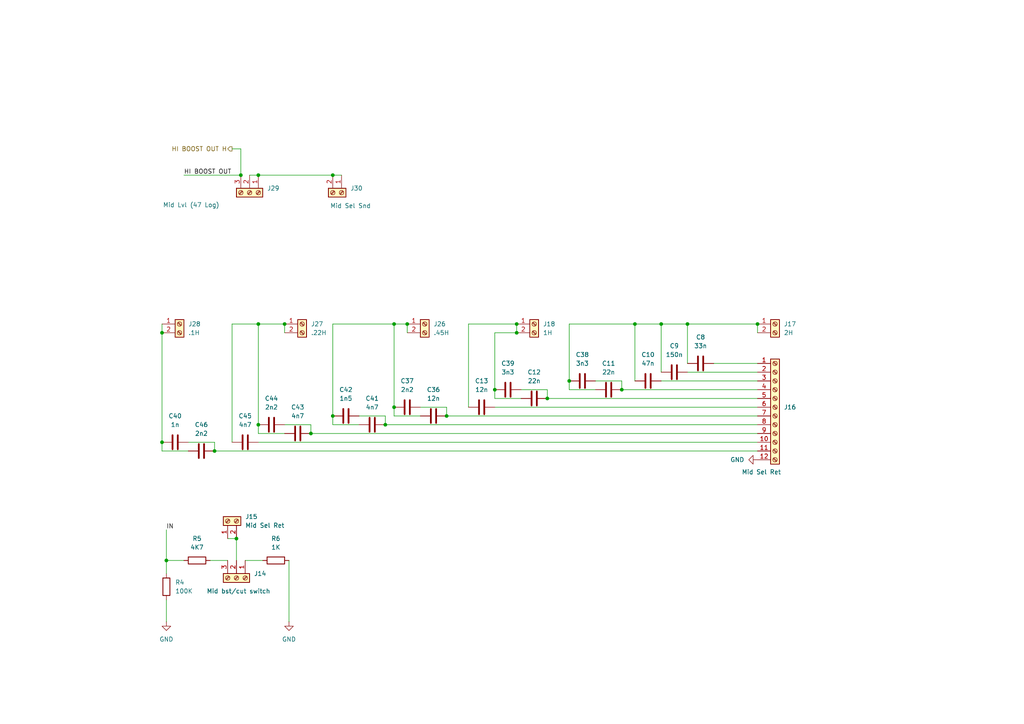
<source format=kicad_sch>
(kicad_sch (version 20231120) (generator "eeschema") (generator_version "8.0")
  (paper "A4")
  (title_block (title "Pultec 3-Band EQ Mid Boost/Cut") (date "2024-07-06") (rev "1"))
  (lib_symbols
    (symbol "Connector:Screw_Terminal_01x02" (pin_names (offset 1.016) hide)
      (property "Reference" "J" (at 0 2.54 0))
      (property "Value" "Screw_Terminal_01x02" (at 0 -5.08 0))
      (symbol "Screw_Terminal_01x02_1_1"
        (rectangle (start -1.27 1.27) (end 1.27 -3.81) (stroke (width 0.254)) (fill (type background)))
        (circle (center 0 -2.54) (radius 0.635) (stroke (width 0.1524)))
        (polyline (pts (xy -0.5334 -2.2098) (xy 0.3302 -3.048)) (stroke (width 0.1524)))
        (polyline (pts (xy -0.5334 0.3302) (xy 0.3302 -0.508)) (stroke (width 0.1524)))
        (polyline (pts (xy -0.3556 -2.032) (xy 0.508 -2.8702)) (stroke (width 0.1524)))
        (polyline (pts (xy -0.3556 0.508) (xy 0.508 -0.3302)) (stroke (width 0.1524)))
        (circle (center 0 0) (radius 0.635) (stroke (width 0.1524)))
        (pin passive line (at -5.08 0 0) (length 3.81) (name "Pin_1") (number "1"))
        (pin passive line (at -5.08 -2.54 0) (length 3.81) (name "Pin_2") (number "2"))
      )
    )
    (symbol "Connector:Screw_Terminal_01x03" (pin_names (offset 1.016) hide)
      (property "Reference" "J" (at 0 5.08 0))
      (property "Value" "Screw_Terminal_01x03" (at 0 -5.08 0))
      (symbol "Screw_Terminal_01x03_1_1"
        (rectangle (start -1.27 3.81) (end 1.27 -3.81) (stroke (width 0.254)) (fill (type background)))
        (circle (center 0 -2.54) (radius 0.635) (stroke (width 0.1524)))
        (polyline (pts (xy -0.5334 -2.2098) (xy 0.3302 -3.048)) (stroke (width 0.1524)))
        (polyline (pts (xy -0.5334 0.3302) (xy 0.3302 -0.508)) (stroke (width 0.1524)))
        (polyline (pts (xy -0.5334 2.8702) (xy 0.3302 2.032)) (stroke (width 0.1524)))
        (polyline (pts (xy -0.3556 -2.032) (xy 0.508 -2.8702)) (stroke (width 0.1524)))
        (polyline (pts (xy -0.3556 0.508) (xy 0.508 -0.3302)) (stroke (width 0.1524)))
        (polyline (pts (xy -0.3556 3.048) (xy 0.508 2.2098)) (stroke (width 0.1524)))
        (circle (center 0 0) (radius 0.635) (stroke (width 0.1524)))
        (circle (center 0 2.54) (radius 0.635) (stroke (width 0.1524)))
        (pin passive line (at -5.08 2.54 0) (length 3.81) (name "Pin_1") (number "1"))
        (pin passive line (at -5.08 0 0) (length 3.81) (name "Pin_2") (number "2"))
        (pin passive line (at -5.08 -2.54 0) (length 3.81) (name "Pin_3") (number "3"))
      )
    )
    (symbol "Connector:Screw_Terminal_01x12" (pin_names (offset 1.016) hide)
      (property "Reference" "J" (at 0 15.24 0))
      (property "Value" "Screw_Terminal_01x12" (at 0 -17.78 0))
      (symbol "Screw_Terminal_01x12_1_1"
        (rectangle (start -1.27 13.97) (end 1.27 -16.51) (stroke (width 0.254)) (fill (type background)))
        (circle (center 0 -15.24) (radius 0.635) (stroke (width 0.1524)))
        (circle (center 0 -12.7) (radius 0.635) (stroke (width 0.1524)))
        (circle (center 0 -10.16) (radius 0.635) (stroke (width 0.1524)))
        (circle (center 0 -7.62) (radius 0.635) (stroke (width 0.1524)))
        (circle (center 0 -5.08) (radius 0.635) (stroke (width 0.1524)))
        (circle (center 0 -2.54) (radius 0.635) (stroke (width 0.1524)))
        (polyline (pts (xy -0.5334 -14.9098) (xy 0.3302 -15.748)) (stroke (width 0.1524)))
        (polyline (pts (xy -0.5334 -12.3698) (xy 0.3302 -13.208)) (stroke (width 0.1524)))
        (polyline (pts (xy -0.5334 -9.8298) (xy 0.3302 -10.668)) (stroke (width 0.1524)))
        (polyline (pts (xy -0.5334 -7.2898) (xy 0.3302 -8.128)) (stroke (width 0.1524)))
        (polyline (pts (xy -0.5334 -4.7498) (xy 0.3302 -5.588)) (stroke (width 0.1524)))
        (polyline (pts (xy -0.5334 -2.2098) (xy 0.3302 -3.048)) (stroke (width 0.1524)))
        (polyline (pts (xy -0.5334 0.3302) (xy 0.3302 -0.508)) (stroke (width 0.1524)))
        (polyline (pts (xy -0.5334 2.8702) (xy 0.3302 2.032)) (stroke (width 0.1524)))
        (polyline (pts (xy -0.5334 5.4102) (xy 0.3302 4.572)) (stroke (width 0.1524)))
        (polyline (pts (xy -0.5334 7.9502) (xy 0.3302 7.112)) (stroke (width 0.1524)))
        (polyline (pts (xy -0.5334 10.4902) (xy 0.3302 9.652)) (stroke (width 0.1524)))
        (polyline (pts (xy -0.5334 13.0302) (xy 0.3302 12.192)) (stroke (width 0.1524)))
        (polyline (pts (xy -0.3556 -14.732) (xy 0.508 -15.5702)) (stroke (width 0.1524)))
        (polyline (pts (xy -0.3556 -12.192) (xy 0.508 -13.0302)) (stroke (width 0.1524)))
        (polyline (pts (xy -0.3556 -9.652) (xy 0.508 -10.4902)) (stroke (width 0.1524)))
        (polyline (pts (xy -0.3556 -7.112) (xy 0.508 -7.9502)) (stroke (width 0.1524)))
        (polyline (pts (xy -0.3556 -4.572) (xy 0.508 -5.4102)) (stroke (width 0.1524)))
        (polyline (pts (xy -0.3556 -2.032) (xy 0.508 -2.8702)) (stroke (width 0.1524)))
        (polyline (pts (xy -0.3556 0.508) (xy 0.508 -0.3302)) (stroke (width 0.1524)))
        (polyline (pts (xy -0.3556 3.048) (xy 0.508 2.2098)) (stroke (width 0.1524)))
        (polyline (pts (xy -0.3556 5.588) (xy 0.508 4.7498)) (stroke (width 0.1524)))
        (polyline (pts (xy -0.3556 8.128) (xy 0.508 7.2898)) (stroke (width 0.1524)))
        (polyline (pts (xy -0.3556 10.668) (xy 0.508 9.8298)) (stroke (width 0.1524)))
        (polyline (pts (xy -0.3556 13.208) (xy 0.508 12.3698)) (stroke (width 0.1524)))
        (circle (center 0 0) (radius 0.635) (stroke (width 0.1524)))
        (circle (center 0 2.54) (radius 0.635) (stroke (width 0.1524)))
        (circle (center 0 5.08) (radius 0.635) (stroke (width 0.1524)))
        (circle (center 0 7.62) (radius 0.635) (stroke (width 0.1524)))
        (circle (center 0 10.16) (radius 0.635) (stroke (width 0.1524)))
        (circle (center 0 12.7) (radius 0.635) (stroke (width 0.1524)))
        (pin passive line (at -5.08 12.7 0) (length 3.81) (name "Pin_1") (number "1"))
        (pin passive line (at -5.08 -10.16 0) (length 3.81) (name "Pin_10") (number "10"))
        (pin passive line (at -5.08 -12.7 0) (length 3.81) (name "Pin_11") (number "11"))
        (pin passive line (at -5.08 -15.24 0) (length 3.81) (name "Pin_12") (number "12"))
        (pin passive line (at -5.08 10.16 0) (length 3.81) (name "Pin_2") (number "2"))
        (pin passive line (at -5.08 7.62 0) (length 3.81) (name "Pin_3") (number "3"))
        (pin passive line (at -5.08 5.08 0) (length 3.81) (name "Pin_4") (number "4"))
        (pin passive line (at -5.08 2.54 0) (length 3.81) (name "Pin_5") (number "5"))
        (pin passive line (at -5.08 0 0) (length 3.81) (name "Pin_6") (number "6"))
        (pin passive line (at -5.08 -2.54 0) (length 3.81) (name "Pin_7") (number "7"))
        (pin passive line (at -5.08 -5.08 0) (length 3.81) (name "Pin_8") (number "8"))
        (pin passive line (at -5.08 -7.62 0) (length 3.81) (name "Pin_9") (number "9"))
      )
    )
    (symbol "Device:C" (pin_numbers hide) (pin_names (offset 0.254))
      (property "Reference" "C" (at 0.635 2.54 0))
      (property "Value" "C" (at 0.635 -2.54 0))
      (symbol "C_0_1"
        (polyline (pts (xy -2.032 -0.762) (xy 2.032 -0.762)) (stroke (width 0.508)))
        (polyline (pts (xy -2.032 0.762) (xy 2.032 0.762)) (stroke (width 0.508)))
      )
      (symbol "C_1_1"
        (pin passive line (at 0 3.81 270) (length 2.794) (name "~") (number "1"))
        (pin passive line (at 0 -3.81 90) (length 2.794) (name "~") (number "2"))
      )
    )
    (symbol "Device:R" (pin_numbers hide) (pin_names (offset 0))
      (property "Reference" "R" (at 2.032 0 90))
      (property "Value" "R" (at 0 0 90))
      (symbol "R_0_1"
        (rectangle (start -1.016 -2.54) (end 1.016 2.54) (stroke (width 0.254)))
      )
      (symbol "R_1_1"
        (pin passive line (at 0 3.81 270) (length 1.27) (name "~") (number "1"))
        (pin passive line (at 0 -3.81 90) (length 1.27) (name "~") (number "2"))
      )
    )
    (symbol "power:GND" (power) (pin_numbers hide) (pin_names (offset 0) hide)
      (property "Value" "GND" (at 0 -3.81 0))
      (symbol "GND_0_1"
        (polyline (pts (xy 0 0) (xy 0 -1.27) (xy 1.27 -1.27) (xy 0 -2.54) (xy -1.27 -1.27) (xy 0 -1.27)))
      )
      (symbol "GND_1_1"
        (pin power_in line (at 0 0 270) (length 0) (name "~") (number "1"))
      )
    )
  )
  (junction (at 74.93 123.19))
  (junction (at 82.55 93.98))
  (junction (at 68.58 156.21))
  (junction (at 118.11 93.98))
  (junction (at 165.1 110.49))
  (junction (at 69.85 50.8))
  (junction (at 143.51 113.03))
  (junction (at 158.75 115.57))
  (junction (at 129.54 120.65))
  (junction (at 46.99 128.27))
  (junction (at 191.77 93.98))
  (junction (at 184.15 93.98))
  (junction (at 74.93 93.98))
  (junction (at 96.52 120.65))
  (junction (at 114.3 93.98))
  (junction (at 199.39 93.98))
  (junction (at 74.93 50.8))
  (junction (at 111.76 123.19))
  (junction (at 114.3 118.11))
  (junction (at 149.86 93.98))
  (junction (at 90.17 125.73))
  (junction (at 46.99 96.52))
  (junction (at 62.23 130.81))
  (junction (at 149.86 96.52))
  (junction (at 180.34 113.03))
  (junction (at 219.71 93.98))
  (junction (at 48.26 162.56))
  (junction (at 96.52 50.8))
  (wire (pts (xy 62.23 130.81) (xy 219.71 130.81)))
  (wire (pts (xy 46.99 93.98) (xy 46.99 96.52)))
  (wire (pts (xy 111.76 120.65) (xy 111.76 123.19)))
  (wire (pts (xy 158.75 115.57) (xy 219.71 115.57)))
  (wire (pts (xy 143.51 118.11) (xy 219.71 118.11)))
  (wire (pts (xy 191.77 93.98) (xy 191.77 107.95)))
  (wire (pts (xy 191.77 93.98) (xy 199.39 93.98)))
  (wire (pts (xy 82.55 93.98) (xy 82.55 96.52)))
  (wire (pts (xy 46.99 96.52) (xy 46.99 128.27)))
  (wire (pts (xy 48.26 153.67) (xy 48.26 162.56)))
  (wire (pts (xy 158.75 113.03) (xy 158.75 115.57)))
  (wire (pts (xy 96.52 93.98) (xy 96.52 120.65)))
  (wire (pts (xy 60.96 162.56) (xy 66.04 162.56)))
  (wire (pts (xy 67.31 93.98) (xy 67.31 128.27)))
  (wire (pts (xy 121.92 118.11) (xy 129.54 118.11)))
  (wire (pts (xy 165.1 110.49) (xy 165.1 113.03)))
  (wire (pts (xy 48.26 162.56) (xy 48.26 166.37)))
  (wire (pts (xy 74.93 50.8) (xy 96.52 50.8)))
  (wire (pts (xy 67.31 43.18) (xy 69.85 43.18)))
  (wire (pts (xy 48.26 173.99) (xy 48.26 180.34)))
  (wire (pts (xy 149.86 96.52) (xy 143.51 96.52)))
  (wire (pts (xy 114.3 93.98) (xy 114.3 118.11)))
  (wire (pts (xy 74.93 125.73) (xy 74.93 123.19)))
  (wire (pts (xy 165.1 93.98) (xy 165.1 110.49)))
  (wire (pts (xy 118.11 93.98) (xy 118.11 96.52)))
  (wire (pts (xy 149.86 93.98) (xy 149.86 96.52)))
  (wire (pts (xy 48.26 162.56) (xy 53.34 162.56)))
  (wire (pts (xy 143.51 115.57) (xy 143.51 113.03)))
  (wire (pts (xy 172.72 110.49) (xy 180.34 110.49)))
  (wire (pts (xy 74.93 93.98) (xy 74.93 123.19)))
  (wire (pts (xy 191.77 110.49) (xy 219.71 110.49)))
  (wire (pts (xy 71.12 162.56) (xy 76.2 162.56)))
  (wire (pts (xy 151.13 113.03) (xy 158.75 113.03)))
  (wire (pts (xy 151.13 115.57) (xy 143.51 115.57)))
  (wire (pts (xy 121.92 120.65) (xy 114.3 120.65)))
  (wire (pts (xy 199.39 93.98) (xy 199.39 105.41)))
  (wire (pts (xy 129.54 120.65) (xy 219.71 120.65)))
  (wire (pts (xy 62.23 128.27) (xy 62.23 130.81)))
  (wire (pts (xy 143.51 96.52) (xy 143.51 113.03)))
  (wire (pts (xy 165.1 93.98) (xy 184.15 93.98)))
  (wire (pts (xy 207.01 105.41) (xy 219.71 105.41)))
  (wire (pts (xy 54.61 128.27) (xy 62.23 128.27)))
  (wire (pts (xy 74.93 128.27) (xy 219.71 128.27)))
  (wire (pts (xy 96.52 123.19) (xy 96.52 120.65)))
  (wire (pts (xy 104.14 123.19) (xy 96.52 123.19)))
  (wire (pts (xy 82.55 125.73) (xy 74.93 125.73)))
  (wire (pts (xy 118.11 93.98) (xy 114.3 93.98)))
  (wire (pts (xy 184.15 93.98) (xy 184.15 110.49)))
  (wire (pts (xy 69.85 43.18) (xy 69.85 50.8)))
  (wire (pts (xy 72.39 50.8) (xy 74.93 50.8)))
  (wire (pts (xy 135.89 93.98) (xy 135.89 118.11)))
  (wire (pts (xy 199.39 107.95) (xy 219.71 107.95)))
  (wire (pts (xy 68.58 156.21) (xy 68.58 162.56)))
  (wire (pts (xy 53.34 50.8) (xy 69.85 50.8)))
  (wire (pts (xy 90.17 125.73) (xy 219.71 125.73)))
  (wire (pts (xy 180.34 110.49) (xy 180.34 113.03)))
  (wire (pts (xy 114.3 120.65) (xy 114.3 118.11)))
  (wire (pts (xy 46.99 130.81) (xy 46.99 128.27)))
  (wire (pts (xy 83.82 162.56) (xy 83.82 180.34)))
  (wire (pts (xy 219.71 93.98) (xy 219.71 96.52)))
  (wire (pts (xy 74.93 93.98) (xy 67.31 93.98)))
  (wire (pts (xy 165.1 113.03) (xy 172.72 113.03)))
  (wire (pts (xy 82.55 123.19) (xy 90.17 123.19)))
  (wire (pts (xy 114.3 93.98) (xy 96.52 93.98)))
  (wire (pts (xy 66.04 156.21) (xy 68.58 156.21)))
  (wire (pts (xy 96.52 50.8) (xy 99.06 50.8)))
  (wire (pts (xy 184.15 93.98) (xy 191.77 93.98)))
  (wire (pts (xy 82.55 93.98) (xy 74.93 93.98)))
  (wire (pts (xy 180.34 113.03) (xy 219.71 113.03)))
  (wire (pts (xy 54.61 130.81) (xy 46.99 130.81)))
  (wire (pts (xy 90.17 123.19) (xy 90.17 125.73)))
  (wire (pts (xy 111.76 123.19) (xy 219.71 123.19)))
  (wire (pts (xy 104.14 120.65) (xy 111.76 120.65)))
  (wire (pts (xy 129.54 118.11) (xy 129.54 120.65)))
  (wire (pts (xy 199.39 93.98) (xy 219.71 93.98)))
  (wire (pts (xy 149.86 93.98) (xy 135.89 93.98)))
  (label "IN" (at 48.26 153.67 0))
  (label "HI BOOST OUT" (at 53.34 50.8 0))
  (hierarchical_label "HI BOOST OUT H" (shape output) (at 67.31 43.18 180))
  (symbol (lib_id "Device:C") (at 71.12 128.27 90) (unit 1)
    (property "Reference" "C45" (at 71.12 120.65 90))
    (property "Value" "4n7" (at 71.12 123.19 90))
    (property "Footprint" "OL Library:C_Rect_L7.0mm_W2.0mm_P5.00mm_Fat_Pad" (effects (hide yes)))
    (property "Description" "Unpolarized capacitor" (effects (hide yes)))
  )
  (symbol (lib_id "Device:C") (at 58.42 130.81 90) (unit 1)
    (property "Reference" "C46" (at 58.42 123.19 90))
    (property "Value" "2n2" (at 58.42 125.73 90))
    (property "Footprint" "OL Library:C_Rect_L7.0mm_W2.0mm_P5.00mm_Fat_Pad" (effects (hide yes)))
    (property "Description" "Unpolarized capacitor" (effects (hide yes)))
  )
  (symbol (lib_id "Device:R") (at 48.26 170.18 0) (unit 1)
    (property "Reference" "R4" (at 50.8 168.9099 0) (effects (justify left)))
    (property "Value" "100K" (at 50.8 171.4499 0) (effects (justify left)))
    (property "Footprint" "OL Library:R_Axial_DIN0207_L6.3mm_D2.5mm_P7.62mm_Horizontal" (effects (hide yes)))
    (property "Description" "Resistor" (effects (hide yes)))
  )
  (symbol (lib_id "Device:C") (at 168.91 110.49 90) (unit 1)
    (property "Reference" "C38" (at 168.91 102.87 90))
    (property "Value" "3n3" (at 168.91 105.41 90))
    (property "Footprint" "OL Library:C_Rect_L7.0mm_W2.0mm_P5.00mm_Fat_Pad" (effects (hide yes)))
    (property "Description" "Unpolarized capacitor" (effects (hide yes)))
  )
  (symbol (lib_id "Device:C") (at 139.7 118.11 90) (unit 1)
    (property "Reference" "C13" (at 139.7 110.49 90))
    (property "Value" "12n" (at 139.7 113.03 90))
    (property "Footprint" "OL Library:C_Rect_L7.0mm_W2.0mm_P5.00mm_Fat_Pad" (effects (hide yes)))
    (property "Description" "Unpolarized capacitor" (effects (hide yes)))
  )
  (symbol (lib_id "Device:C") (at 86.36 125.73 90) (unit 1)
    (property "Reference" "C43" (at 86.36 118.11 90))
    (property "Value" "4n7" (at 86.36 120.65 90))
    (property "Footprint" "OL Library:C_Rect_L7.0mm_W2.0mm_P5.00mm_Fat_Pad" (effects (hide yes)))
    (property "Description" "Unpolarized capacitor" (effects (hide yes)))
  )
  (symbol (lib_id "power:GND") (at 48.26 180.34 0) (unit 1)
    (property "Reference" "#PWR03" (effects (hide yes)))
    (property "Value" "GND" (at 48.26 185.42 0))
    (property "Description" "Power symbol creates a global label with name \"GND\" , ground" (effects (hide yes)))
  )
  (symbol (lib_id "Connector:Screw_Terminal_01x02") (at 87.63 93.98 0) (unit 1)
    (property "Reference" "J27" (at 90.17 93.9799 0) (effects (justify left)))
    (property "Value" ".22H" (at 90.17 96.5199 0) (effects (justify left)))
    (property "Footprint" "OL Library:TerminalBlock_Phoenix_MKDS-1,5-2_1x02_P5.00mm_Horizontal Fat Pad" (effects (hide yes)))
    (property "Description" "Generic screw terminal, single row, 01x02, script generated (kicad-library-utils/schlib/autogen/connector/)" (effects (hide yes)))
  )
  (symbol (lib_id "Connector:Screw_Terminal_01x12") (at 224.79 118.11 0) (unit 1)
    (property "Reference" "J16" (at 227.33 118.1099 0) (effects (justify left)))
    (property "Value" "Mid Sel Ret" (at 215.138 136.906 0) (effects (justify left)))
    (property "Footprint" "OL Library:TerminalBlock_Phoenix_MKDS-1,5-12_1x12_P5.00mm_Horizontal_Fat_Pad" (effects (hide yes)))
    (property "Description" "Generic screw terminal, single row, 01x12, script generated (kicad-library-utils/schlib/autogen/connector/)" (effects (hide yes)))
  )
  (symbol (lib_id "Connector:Screw_Terminal_01x02") (at 154.94 93.98 0) (unit 1)
    (property "Reference" "J18" (at 157.48 93.9799 0) (effects (justify left)))
    (property "Value" "1H" (at 157.48 96.5199 0) (effects (justify left)))
    (property "Footprint" "OL Library:TerminalBlock_Phoenix_MKDS-1,5-2_1x02_P5.00mm_Horizontal Fat Pad" (effects (hide yes)))
    (property "Description" "Generic screw terminal, single row, 01x02, script generated (kicad-library-utils/schlib/autogen/connector/)" (effects (hide yes)))
  )
  (symbol (lib_id "Device:C") (at 147.32 113.03 90) (unit 1)
    (property "Reference" "C39" (at 147.32 105.41 90))
    (property "Value" "3n3" (at 147.32 107.95 90))
    (property "Footprint" "OL Library:C_Rect_L7.0mm_W2.0mm_P5.00mm_Fat_Pad" (effects (hide yes)))
    (property "Description" "Unpolarized capacitor" (effects (hide yes)))
  )
  (symbol (lib_id "Device:C") (at 125.73 120.65 90) (unit 1)
    (property "Reference" "C36" (at 125.73 113.03 90))
    (property "Value" "12n" (at 125.73 115.57 90))
    (property "Footprint" "OL Library:C_Rect_L7.0mm_W2.0mm_P5.00mm_Fat_Pad" (effects (hide yes)))
    (property "Description" "Unpolarized capacitor" (effects (hide yes)))
  )
  (symbol (lib_id "Connector:Screw_Terminal_01x02") (at 66.04 151.13 90) (unit 1)
    (property "Reference" "J15" (at 71.12 149.8599 90) (effects (justify right)))
    (property "Value" "Mid Sel Ret" (at 71.12 152.3999 90) (effects (justify right)))
    (property "Footprint" "OL Library:TerminalBlock_Phoenix_MKDS-1,5-2_1x02_P5.00mm_Horizontal Fat Pad" (effects (hide yes)))
    (property "Description" "Generic screw terminal, single row, 01x02, script generated (kicad-library-utils/schlib/autogen/connector/)" (effects (hide yes)))
  )
  (symbol (lib_id "Device:C") (at 176.53 113.03 90) (unit 1)
    (property "Reference" "C11" (at 176.53 105.41 90))
    (property "Value" "22n" (at 176.53 107.95 90))
    (property "Footprint" "OL Library:C_Rect_L7.0mm_W2.0mm_P5.00mm_Fat_Pad" (effects (hide yes)))
    (property "Description" "Unpolarized capacitor" (effects (hide yes)))
  )
  (symbol (lib_id "power:GND") (at 219.71 133.35 270) (unit 1)
    (property "Reference" "#PWR05" (effects (hide yes)))
    (property "Value" "GND" (at 215.9 133.3499 90) (effects (justify right)))
    (property "Description" "Power symbol creates a global label with name \"GND\" , ground" (effects (hide yes)))
  )
  (symbol (lib_id "power:GND") (at 83.82 180.34 0) (unit 1)
    (property "Reference" "#PWR04" (effects (hide yes)))
    (property "Value" "GND" (at 83.82 185.42 0))
    (property "Description" "Power symbol creates a global label with name \"GND\" , ground" (effects (hide yes)))
  )
  (symbol (lib_id "Device:R") (at 57.15 162.56 90) (unit 1)
    (property "Reference" "R5" (at 57.15 156.21 90))
    (property "Value" "4K7" (at 57.15 158.75 90))
    (property "Footprint" "OL Library:R_Axial_DIN0207_L6.3mm_D2.5mm_P7.62mm_Horizontal" (effects (hide yes)))
    (property "Description" "Resistor" (effects (hide yes)))
  )
  (symbol (lib_id "Device:C") (at 154.94 115.57 90) (unit 1)
    (property "Reference" "C12" (at 154.94 107.95 90))
    (property "Value" "22n" (at 154.94 110.49 90))
    (property "Footprint" "OL Library:C_Rect_L7.0mm_W2.0mm_P5.00mm_Fat_Pad" (effects (hide yes)))
    (property "Description" "Unpolarized capacitor" (effects (hide yes)))
  )
  (symbol (lib_id "Device:C") (at 78.74 123.19 90) (unit 1)
    (property "Reference" "C44" (at 78.74 115.57 90))
    (property "Value" "2n2" (at 78.74 118.11 90))
    (property "Footprint" "OL Library:C_Rect_L7.0mm_W2.0mm_P5.00mm_Fat_Pad" (effects (hide yes)))
    (property "Description" "Unpolarized capacitor" (effects (hide yes)))
  )
  (symbol (lib_id "Device:C") (at 203.2 105.41 90) (unit 1)
    (property "Reference" "C8" (at 203.2 97.79 90))
    (property "Value" "33n" (at 203.2 100.33 90))
    (property "Footprint" "OL Library:C_Rect_L7.0mm_W2.0mm_P5.00mm_Fat_Pad" (effects (hide yes)))
    (property "Description" "Unpolarized capacitor" (effects (hide yes)))
  )
  (symbol (lib_id "Device:C") (at 187.96 110.49 90) (unit 1)
    (property "Reference" "C10" (at 187.96 102.87 90))
    (property "Value" "47n" (at 187.96 105.41 90))
    (property "Footprint" "OL Library:C_Rect_L7.0mm_W2.0mm_P5.00mm_Fat_Pad" (effects (hide yes)))
    (property "Description" "Unpolarized capacitor" (effects (hide yes)))
  )
  (symbol (lib_id "Connector:Screw_Terminal_01x03") (at 68.58 167.64 270) (unit 1)
    (property "Reference" "J14" (at 73.66 166.3699 90) (effects (justify left)))
    (property "Value" "Mid bst/cut switch" (at 59.944 171.45 90) (effects (justify left)))
    (property "Footprint" "OL Library:TerminalBlock_Phoenix_MKDS-1,5-3_1x03_P5.00mm_Horizontal Fat Pad" (effects (hide yes)))
    (property "Description" "Generic screw terminal, single row, 01x03, script generated (kicad-library-utils/schlib/autogen/connector/)" (effects (hide yes)))
  )
  (symbol (lib_id "Device:C") (at 100.33 120.65 90) (unit 1)
    (property "Reference" "C42" (at 100.33 113.03 90))
    (property "Value" "1n5" (at 100.33 115.57 90))
    (property "Footprint" "OL Library:C_Rect_L7.0mm_W2.0mm_P5.00mm_Fat_Pad" (effects (hide yes)))
    (property "Description" "Unpolarized capacitor" (effects (hide yes)))
  )
  (symbol (lib_id "Connector:Screw_Terminal_01x03") (at 72.39 55.88 270) (unit 1)
    (property "Reference" "J29" (at 77.47 54.6099 90) (effects (justify left)))
    (property "Value" "Mid Lvl (47 Log)" (at 47.244 59.436 90) (effects (justify left)))
    (property "Footprint" "OL Library:TerminalBlock_Phoenix_MKDS-1,5-3_1x03_P5.00mm_Horizontal Fat Pad" (effects (hide yes)))
    (property "Description" "Generic screw terminal, single row, 01x03, script generated (kicad-library-utils/schlib/autogen/connector/)" (effects (hide yes)))
  )
  (symbol (lib_id "Connector:Screw_Terminal_01x02") (at 52.07 93.98 0) (unit 1)
    (property "Reference" "J28" (at 54.61 93.9799 0) (effects (justify left)))
    (property "Value" ".1H" (at 54.61 96.5199 0) (effects (justify left)))
    (property "Footprint" "OL Library:TerminalBlock_Phoenix_MKDS-1,5-2_1x02_P5.00mm_Horizontal Fat Pad" (effects (hide yes)))
    (property "Description" "Generic screw terminal, single row, 01x02, script generated (kicad-library-utils/schlib/autogen/connector/)" (effects (hide yes)))
  )
  (symbol (lib_id "Connector:Screw_Terminal_01x02") (at 123.19 93.98 0) (unit 1)
    (property "Reference" "J26" (at 125.73 93.9799 0) (effects (justify left)))
    (property "Value" ".45H" (at 125.73 96.5199 0) (effects (justify left)))
    (property "Footprint" "OL Library:TerminalBlock_Phoenix_MKDS-1,5-2_1x02_P5.00mm_Horizontal Fat Pad" (effects (hide yes)))
    (property "Description" "Generic screw terminal, single row, 01x02, script generated (kicad-library-utils/schlib/autogen/connector/)" (effects (hide yes)))
  )
  (symbol (lib_id "Device:C") (at 50.8 128.27 90) (unit 1)
    (property "Reference" "C40" (at 50.8 120.65 90))
    (property "Value" "1n" (at 50.8 123.19 90))
    (property "Footprint" "OL Library:C_Rect_L7.0mm_W2.0mm_P5.00mm_Fat_Pad" (effects (hide yes)))
    (property "Description" "Unpolarized capacitor" (effects (hide yes)))
  )
  (symbol (lib_id "Device:C") (at 118.11 118.11 90) (unit 1)
    (property "Reference" "C37" (at 118.11 110.49 90))
    (property "Value" "2n2" (at 118.11 113.03 90))
    (property "Footprint" "OL Library:C_Rect_L7.0mm_W2.0mm_P5.00mm_Fat_Pad" (effects (hide yes)))
    (property "Description" "Unpolarized capacitor" (effects (hide yes)))
  )
  (symbol (lib_id "Device:R") (at 80.01 162.56 90) (unit 1)
    (property "Reference" "R6" (at 80.01 156.21 90))
    (property "Value" "1K" (at 80.01 158.75 90))
    (property "Footprint" "OL Library:R_Axial_DIN0207_L6.3mm_D2.5mm_P7.62mm_Horizontal" (effects (hide yes)))
    (property "Description" "Resistor" (effects (hide yes)))
  )
  (symbol (lib_id "Device:C") (at 195.58 107.95 90) (unit 1)
    (property "Reference" "C9" (at 195.58 100.33 90))
    (property "Value" "150n" (at 195.58 102.87 90))
    (property "Footprint" "OL Library:C_Rect_L7.0mm_W2.0mm_P5.00mm_Fat_Pad" (effects (hide yes)))
    (property "Description" "Unpolarized capacitor" (effects (hide yes)))
  )
  (symbol (lib_id "Device:C") (at 107.95 123.19 90) (unit 1)
    (property "Reference" "C41" (at 107.95 115.57 90))
    (property "Value" "4n7" (at 107.95 118.11 90))
    (property "Footprint" "OL Library:C_Rect_L7.0mm_W2.0mm_P5.00mm_Fat_Pad" (effects (hide yes)))
    (property "Description" "Unpolarized capacitor" (effects (hide yes)))
  )
  (symbol (lib_id "Connector:Screw_Terminal_01x02") (at 224.79 93.98 0) (unit 1)
    (property "Reference" "J17" (at 227.33 93.9799 0) (effects (justify left)))
    (property "Value" "2H" (at 227.33 96.5199 0) (effects (justify left)))
    (property "Footprint" "OL Library:TerminalBlock_Phoenix_MKDS-1,5-2_1x02_P5.00mm_Horizontal Fat Pad" (effects (hide yes)))
    (property "Description" "Generic screw terminal, single row, 01x02, script generated (kicad-library-utils/schlib/autogen/connector/)" (effects (hide yes)))
  )
  (symbol (lib_id "Connector:Screw_Terminal_01x02") (at 99.06 55.88 270) (unit 1)
    (property "Reference" "J30" (at 101.6 54.6099 90) (effects (justify left)))
    (property "Value" "Mid Sel Snd" (at 95.758 59.69 90) (effects (justify left)))
    (property "Footprint" "OL Library:TerminalBlock_Phoenix_MKDS-1,5-2_1x02_P5.00mm_Horizontal Fat Pad" (effects (hide yes)))
    (property "Description" "Generic screw terminal, single row, 01x02, script generated (kicad-library-utils/schlib/autogen/connector/)" (effects (hide yes)))
  )
)
</source>
